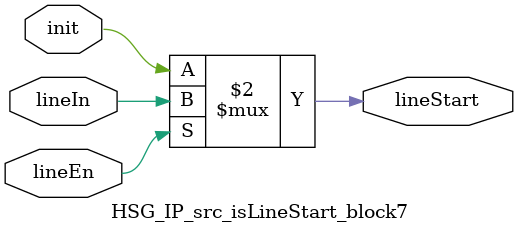
<source format=v>



`timescale 1 ns / 1 ns

module HSG_IP_src_isLineStart_block7
          (lineEn,
           lineIn,
           init,
           lineStart);


  input   lineEn;
  input   lineIn;
  input   init;
  output  lineStart;



  assign lineStart = (lineEn == 1'b0 ? init :
              lineIn);



endmodule  // HSG_IP_src_isLineStart_block7


</source>
